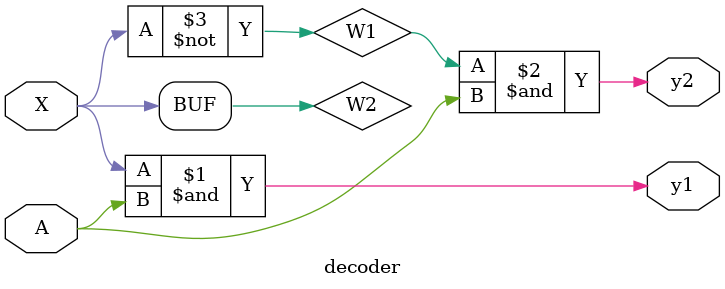
<source format=v>
module decoder(input X,A,output y1,y2);
	wire W1,W2;
	not N1(W1,X);
	not N2(W2,W1);
	and A1(y1,W2,A);
	and A2(y2,W1,A);
endmodule

</source>
